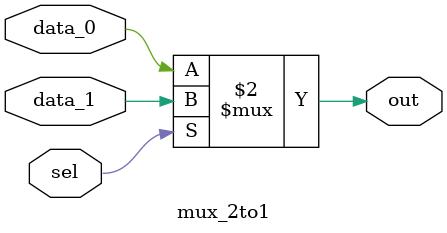
<source format=v>
module mux_2to1(
  out,
  data_0, data_1, sel
);

  output out;
  input  data_0, data_1;
  input  sel;

  assign out = (!sel) ? (data_0) : (data_1);

endmodule

</source>
